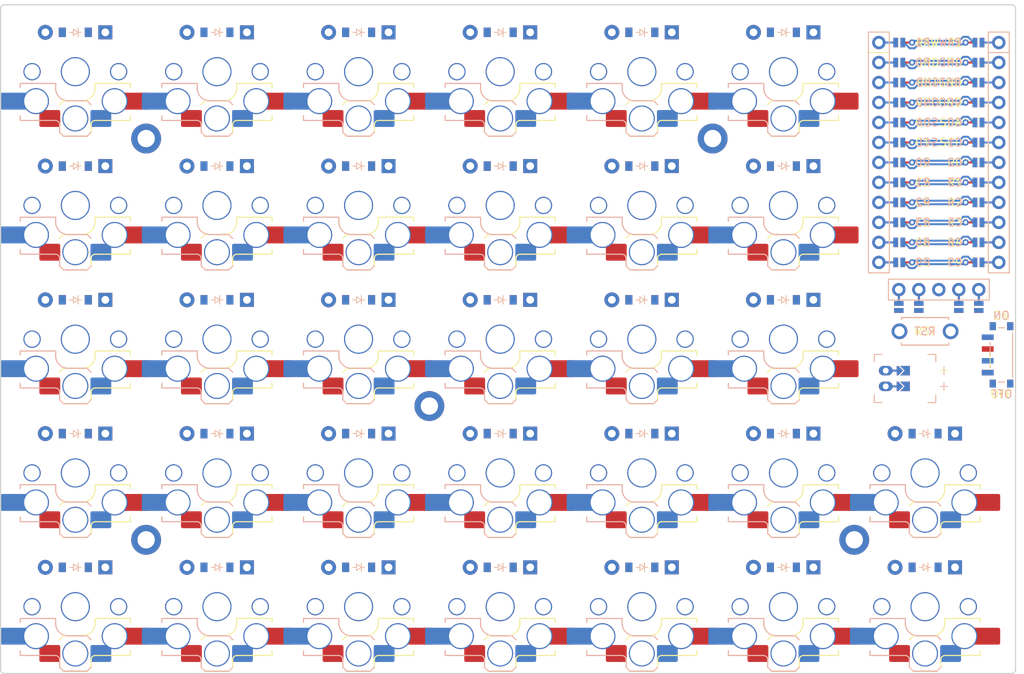
<source format=kicad_pcb>
(kicad_pcb (version 20240108) (generator "pcbnew") (generator_version "8.0")
  (title_block (title "helipad") (date "2024-10-28") (rev "0.1") (company "daniel-luan"))
  (layers (0 "F.Cu" signal) (31 "B.Cu" signal) (34 "B.Paste" user) (35 "F.Paste" user) (36 "B.SilkS" user "B.Silkscreen") (37 "F.SilkS" user "F.Silkscreen") (38 "B.Mask" user) (39 "F.Mask" user) (44 "Edge.Cuts" user))
  (net 0 "")
  (net 1 "C0")
  (net 2 "outer_mod")
  (net 3 "GND")
  (net 4 "outer_bottom")
  (net 5 "outer_home")
  (net 6 "outer_top")
  (net 7 "outer_num")
  (net 8 "C1")
  (net 9 "pinky_mod")
  (net 10 "pinky_bottom")
  (net 11 "pinky_home")
  (net 12 "pinky_top")
  (net 13 "pinky_num")
  (net 14 "C2")
  (net 15 "ring_mod")
  (net 16 "ring_bottom")
  (net 17 "ring_home")
  (net 18 "ring_top")
  (net 19 "ring_num")
  (net 20 "C3")
  (net 21 "middle_mod")
  (net 22 "middle_bottom")
  (net 23 "middle_home")
  (net 24 "middle_top")
  (net 25 "middle_num")
  (net 26 "C4")
  (net 27 "index_mod")
  (net 28 "index_bottom")
  (net 29 "index_home")
  (net 30 "index_top")
  (net 31 "index_num")
  (net 32 "C5")
  (net 33 "inner_mod")
  (net 34 "inner_bottom")
  (net 35 "inner_home")
  (net 36 "inner_top")
  (net 37 "inner_num")
  (net 38 "C6")
  (net 39 "extraInner_mod")
  (net 40 "extraInner_bottom")
  (net 41 "R4")
  (net 42 "R3")
  (net 43 "R2")
  (net 44 "R1")
  (net 45 "R0")
  (net 46 "RAW")
  (net 47 "RST")
  (net 48 "VCC")
  (net 49 "CS")
  (net 50 "P1")
  (net 51 "P0")
  (net 52 "SDA")
  (net 53 "SCL")
  (net 54 "P9")
  (net 55 "MCU1_24")
  (net 56 "MCU1_1")
  (net 57 "MCU1_23")
  (net 58 "MCU1_2")
  (net 59 "MCU1_22")
  (net 60 "MCU1_3")
  (net 61 "MCU1_21")
  (net 62 "MCU1_4")
  (net 63 "MCU1_20")
  (net 64 "MCU1_5")
  (net 65 "MCU1_19")
  (net 66 "MCU1_6")
  (net 67 "MCU1_18")
  (net 68 "MCU1_7")
  (net 69 "MCU1_17")
  (net 70 "MCU1_8")
  (net 71 "MCU1_16")
  (net 72 "MCU1_9")
  (net 73 "MCU1_15")
  (net 74 "MCU1_10")
  (net 75 "MCU1_14")
  (net 76 "MCU1_11")
  (net 77 "MCU1_13")
  (net 78 "MCU1_12")
  (net 79 "DISP1_1")
  (net 80 "DISP1_2")
  (net 81 "DISP1_4")
  (net 82 "DISP1_5")
  (net 83 "BAT_P")
  (net 84 "JST1_1")
  (net 85 "JST1_2")
  (footprint "ceoloide:mounting_hole_plated" (layer "F.Cu") (at 99 -8.5)
    (property "Reference" "H5" (hide yes))
    (property "Value" "")
  )
  (footprint "ceoloide:mounting_hole_plated" (layer "F.Cu") (at 9 -59.5)
    (property "Reference" "H2" (hide yes))
    (property "Value" "")
  )
  (footprint "ceoloide:reset_switch_tht_top" (layer "F.Cu") (at 108 -35)
    (property "Reference" "RST1" (hide yes))
    (property "Value" "")
  )
  (footprint "ceoloide:mounting_hole_plated" (layer "F.Cu") (at 81 -59.5)
    (property "Reference" "H4" (hide yes))
    (property "Value" "")
  )
  (footprint "ceoloide:power_switch_smd_side" (layer "F.Cu") (at 117.7 -32)
    (property "Reference" "PWR1" (hide yes))
    (property "Value" "")
  )
  (footprint "ceoloide:mounting_hole_plated" (layer "F.Cu") (at 45 -25.5)
    (property "Reference" "H3" (hide yes))
    (property "Value" "")
  )
  (footprint "ceoloide:battery_connector_jst_ph_2" (layer "F.Cu") (at 103 -29 90)
    (property "Reference" "JST1" (hide yes))
    (property "Value" "")
  )
  (footprint "ceoloide:display_nice_view" (layer "F.Cu") (at 109.75 -57)
    (property "Reference" "DISP1" (hide yes))
    (property "Value" "")
  )
  (footprint "ceoloide:mcu_nice_nano" (layer "F.Cu") (at 109.75 -59)
    (property "Reference" "MCU1" (hide yes))
    (property "Value" "")
  )
  (footprint "ceoloide:mounting_hole_plated" (layer "F.Cu") (at 9 -8.5)
    (property "Reference" "H1" (hide yes))
    (property "Value" "")
  )
  (footprint "ceoloide:switch_choc_v1_v2" (layer "B.Cu") (at 72 -68 180)
    (property "Reference" "S25" (hide yes))
    (property "Value" "")
  )
  (footprint "ceoloide:switch_choc_v1_v2" (layer "B.Cu") (at 72 -17 180)
    (property "Reference" "S22" (hide yes))
    (property "Value" "")
  )
  (footprint "ceoloide:diode_tht_sod123" (layer "B.Cu") (at 36 -73 180)
    (property "Reference" "D15" (hide yes))
    (property "Value" "")
  )
  (footprint "ceoloide:switch_choc_v1_v2" (layer "B.Cu") (at 36 -51 180)
    (property "Reference" "S14" (hide yes))
    (property "Value" "")
  )
  (footprint "ceoloide:switch_choc_v1_v2" (layer "B.Cu") (at 108 0 180)
    (property "Reference" "S31" (hide yes))
    (property "Value" "")
  )
  (footprint "ceoloide:diode_tht_sod123" (layer "B.Cu") (at 90 -5 180)
    (property "Reference" "D26" (hide yes))
    (property "Value" "")
  )
  (footprint "ceoloide:switch_choc_v1_v2" (layer "B.Cu") (at 72 0 180)
    (property "Reference" "S21" (hide yes))
    (property "Value" "")
  )
  (footprint "ceoloide:diode_tht_sod123" (layer "B.Cu") (at 0 -5 180)
    (property "Reference" "D1" (hide yes))
    (property "Value" "")
  )
  (footprint "ceoloide:switch_choc_v1_v2" (layer "B.Cu") (at 108 -17 180)
    (property "Reference" "S32" (hide yes))
    (property "Value" "")
  )
  (footprint "ceoloide:diode_tht_sod123" (layer "B.Cu") (at 72 -39 180)
    (property "Reference" "D23" (hide yes))
    (property "Value" "")
  )
  (footprint "ceoloide:switch_choc_v1_v2" (layer "B.Cu") (at 18 -17 180)
    (property "Reference" "S7" (hide yes))
    (property "Value" "")
  )
  (footprint "ceoloide:switch_choc_v1_v2" (layer "B.Cu") (at 18 0 180)
    (property "Reference" "S6" (hide yes))
    (property "Value" "")
  )
  (footprint "ceoloide:diode_tht_sod123" (layer "B.Cu") (at 90 -22 180)
    (property "Reference" "D27" (hide yes))
    (property "Value" "")
  )
  (footprint "ceoloide:diode_tht_sod123" (layer "B.Cu") (at 18 -39 180)
    (property "Reference" "D8" (hide yes))
    (property "Value" "")
  )
  (footprint "ceoloide:switch_choc_v1_v2" (layer "B.Cu") (at 90 -17 180)
    (property "Reference" "S27" (hide yes))
    (property "Value" "")
  )
  (footprint "ceoloide:diode_tht_sod123" (layer "B.Cu") (at 72 -73 180)
    (property "Reference" "D25" (hide yes))
    (property "Value" "")
  )
  (footprint "ceoloide:diode_tht_sod123" (layer "B.Cu") (at 72 -56 180)
    (property "Reference" "D24" (hide yes))
    (property "Value" "")
  )
  (footprint "ceoloide:diode_tht_sod123" (layer "B.Cu") (at 54 -73 180)
    (property "Reference" "D20" (hide yes))
    (property "Value" "")
  )
  (footprint "ceoloide:switch_choc_v1_v2" (layer "B.Cu") (at 0 -68 180)
    (property "Reference" "S5" (hide yes))
    (property "Value" "")
  )
  (footprint "ceoloide:switch_choc_v1_v2" (layer "B.Cu") (at 36 0 180)
    (property "Reference" "S11" (hide yes))
    (property "Value" "")
  )
  (footprint "ceoloide:diode_tht_sod123" (layer "B.Cu") (at 108 -22 180)
    (property "Reference" "D32" (hide yes))
    (property "Value" "")
  )
  (footprint "ceoloide:switch_choc_v1_v2" (layer "B.Cu") (at 0 0 180)
    (property "Reference" "S1" (hide yes))
    (property "Value" "")
  )
  (footprint "ceoloide:switch_choc_v1_v2" (layer "B.Cu") (at 54 0 180)
    (property "Reference" "S16" (hide yes))
    (property "Value" "")
  )
  (footprint "ceoloide:switch_choc_v1_v2" (layer "B.Cu") (at 90 -34 180)
    (property "Reference" "S28" (hide yes))
    (property "Value" "")
  )
  (footprint "ceoloide:switch_choc_v1_v2" (layer "B.Cu") (at 0 -34 180)
    (property "Reference" "S3" (hide yes))
    (property "Value" "")
  )
  (footprint "ceoloide:switch_choc_v1_v2" (layer "B.Cu") (at 0 -17 180)
    (property "Reference" "S2" (hide yes))
    (property "Value" "")
  )
  (footprint "ceoloide:diode_tht_sod123" (layer "B.Cu") (at 0 -56 180)
    (property "Reference" "D4" (hide yes))
    (property "Value" "")
  )
  (footprint "ceoloide:diode_tht_sod123" (layer "B.Cu") (at 54 -56 180)
    (property "Reference" "D19" (hide yes))
    (property "Value" "")
  )
  (footprint "ceoloide:diode_tht_sod123" (layer "B.Cu") (at 36 -5 180)
    (property "Reference" "D11" (hide yes))
    (property "Value" "")
  )
  (footprint "ceoloide:switch_choc_v1_v2" (layer "B.Cu") (at 36 -68 180)
    (property "Reference" "S15" (hide yes))
    (property "Value" "")
  )
  (footprint "ceoloide:diode_tht_sod123" (layer "B.Cu") (at 90 -73 180)
    (property "Reference" "D30" (hide yes))
    (property "Value" "")
  )
  (footprint "ceoloide:switch_choc_v1_v2" (layer "B.Cu") (at 72 -51 180)
    (property "Reference" "S24" (hide yes))
    (property "Value" "")
  )
  (footprint "ceoloide:diode_tht_sod123" (layer "B.Cu") (at 72 -22 180)
    (property "Reference" "D22" (hide yes))
    (property "Value" "")
  )
  (footprint "ceoloide:diode_tht_sod123" (layer "B.Cu") (at 54 -22 180)
    (property "Reference" "D17" (hide yes))
    (property "Value" "")
  )
  (footprint "ceoloide:switch_choc_v1_v2" (layer "B.Cu") (at 72 -34 180)
    (property "Reference" "S23" (hide yes))
    (property "Value" "")
  )
  (footprint "ceoloide:switch_choc_v1_v2" (layer "B.Cu") (at 90 -51 180)
    (property "Reference" "S29" (hide yes))
    (property "Value" "")
  )
  (footprint "ceoloide:diode_tht_sod123" (layer "B.Cu") (at 36 -22 180)
    (property "Reference" "D12" (hide yes))
    (property "Value" "")
  )
  (footprint "ceoloide:switch_choc_v1_v2" (layer "B.Cu") (at 54 -51 180)
    (property "Reference" "S19" (hide yes))
    (property "Value" "")
  )
  (footprint "ceoloide:diode_tht_sod123" (layer "B.Cu") (at 54 -5 180)
    (property "Reference" "D16" (hide yes))
    (property "Value" "")
  )
  (footprint "ceoloide:diode_tht_sod123" (layer "B.Cu") (at 72 -5 180)
    (property "Reference" "D21" (hide yes))
    (property "Value" "")
  )
  (footprint "ceoloide:diode_tht_sod123" (layer "B.Cu") (at 18 -5 180)
    (property "Reference" "D6" (hide yes))
    (property "Value" "")
  )
  (footprint "ceoloide:switch_choc_v1_v2" (layer "B.Cu") (at 54 -17 180)
    (property "Reference" "S17" (hide yes))
    (property "Value" "")
  )
  (footprint "ceoloide:switch_choc_v1_v2" (layer "B.Cu") (at 18 -51 180)
    (property "Reference" "S9" (hide yes))
    (property "Value" "")
  )
  (footprint "ceoloide:switch_choc_v1_v2" (layer "B.Cu") (at 54 -68 180)
    (property "Reference" "S20" (hide yes))
    (property "Value" "")
  )
  (footprint "ceoloide:diode_tht_sod123" (layer "B.Cu") (at 0 -73 180)
    (property "Reference" "D5" (hide yes))
    (property "Value" "")
  )
  (footprint "ceoloide:diode_tht_sod123" (layer "B.Cu") (at 0 -39 180)
    (property "Reference" "D3" (hide yes))
    (property "Value" "")
  )
  (footprint "ceoloide:switch_choc_v1_v2" (layer "B.Cu") (at 36 -17 180)
    (property "Reference" "S12" (hide yes))
    (property "Value" "")
  )
  (footprint "ceoloide:switch_choc_v1_v2" (layer "B.Cu") (at 36 -34 180)
    (property "Reference" "S13" (hide yes))
    (property "Value" "")
  )
  (footprint "ceoloide:switch_choc_v1_v2" (layer "B.Cu") (at 54 -34 180)
    (property "Reference" "S18" (hide yes))
    (property "Value" "")
  )
  (footprint "ceoloide:switch_choc_v1_v2" (layer "B.Cu") (at 18 -34 180)
    (property "Reference" "S8" (hide yes))
    (property "Value" "")
  )
  (footprint "ceoloide:switch_choc_v1_v2" (layer "B.Cu") (at 18 -68 180)
    (property "Reference" "S10" (hide yes))
    (property "Value" "")
  )
  (footprint "ceoloide:diode_tht_sod123" (layer "B.Cu") (at 108 -5 180)
    (property "Reference" "D31" (hide yes))
    (property "Value" "")
  )
  (footprint "ceoloide:diode_tht_sod123" (layer "B.Cu") (at 54 -39 180)
    (property "Reference" "D18" (hide yes))
    (property "Value" "")
  )
  (footprint "ceoloide:diode_tht_sod123" (layer "B.Cu") (at 18 -22 180)
    (property "Reference" "D7" (hide yes))
    (property "Value" "")
  )
  (footprint "ceoloide:diode_tht_sod123" (layer "B.Cu") (at 90 -39 180)
    (property "Reference" "D28" (hide yes))
    (property "Value" "")
  )
  (footprint "ceoloide:diode_tht_sod123" (layer "B.Cu") (at 18 -56 180)
    (property "Reference" "D9" (hide yes))
    (property "Value" "")
  )
  (footprint "ceoloide:diode_tht_sod123" (layer "B.Cu") (at 90 -56 180)
    (property "Reference" "D29" (hide yes))
    (property "Value" "")
  )
  (footprint "ceoloide:diode_tht_sod123" (layer "B.Cu") (at 0 -22 180)
    (property "Reference" "D2" (hide yes))
    (property "Value" "")
  )
  (footprint "ceoloide:diode_tht_sod123" (layer "B.Cu") (at 36 -39 180)
    (property "Reference" "D13" (hide yes))
    (property "Value" "")
  )
  (footprint "ceoloide:switch_choc_v1_v2" (layer "B.Cu") (at 90 0 180)
    (property "Reference" "S26" (hide yes))
    (property "Value" "")
  )
  (footprint "ceoloide:diode_tht_sod123" (layer "B.Cu") (at 36 -56 180)
    (property "Reference" "D14" (hide yes))
    (property "Value" "")
  )
  (footprint "ceoloide:switch_choc_v1_v2" (layer "B.Cu") (at 0 -51 180)
    (property "Reference" "S4" (hide yes))
    (property "Value" "")
  )
  (footprint "ceoloide:switch_choc_v1_v2" (layer "B.Cu") (at 90 -68 180)
    (property "Reference" "S30" (hide yes))
    (property "Value" "")
  )
  (footprint "ceoloide:diode_tht_sod123" (layer "B.Cu") (at 18 -73 180)
    (property "Reference" "D10" (hide yes))
    (property "Value" "")
  )
  (gr_arc (start -9.5 -76) (mid -9.353553 -76.353553) (end -9 -76.5) (stroke (width 0.15)) (layer "Edge.Cuts"))
  (gr_line (start 119.5 8) (end 119.5 -76) (stroke (width 0.15)) (layer "Edge.Cuts"))
  (gr_arc (start -9 8.5) (mid -9.353553 8.353553) (end -9.5 8) (stroke (width 0.15)) (layer "Edge.Cuts"))
  (gr_arc (start 119 -76.5) (mid 119.353553 -76.353553) (end 119.5 -76) (stroke (width 0.15)) (layer "Edge.Cuts"))
  (gr_arc (start 119.5 8) (mid 119.353553 8.353553) (end 119 8.5) (stroke (width 0.15)) (layer "Edge.Cuts"))
  (gr_line (start 119 -76.5) (end -9 -76.5) (stroke (width 0.15)) (layer "Edge.Cuts"))
  (gr_line (start -9 8.5) (end 119 8.5) (stroke (width 0.15)) (layer "Edge.Cuts"))
  (gr_line (start -9.5 -76) (end -9.5 8) (stroke (width 0.15)) (layer "Edge.Cuts"))
  (segment (start 105.17 -61.54) (end 106.35 -61.54) (width 0.25) (layer "F.Cu") (net 1))
  (segment (start 112.344695 -61.76) (end 106.57 -61.76) (width 0.25) (layer "B.Cu") (net 1))
  (segment (start 114.525 -61.54) (end 114.175305 -61.54) (width 0.25) (layer "B.Cu") (net 1))
  (segment (start 114.175305 -61.54) (end 113.450305 -62.265) (width 0.25) (layer "B.Cu") (net 1))
  (segment (start 113.450305 -62.265) (end 112.849695 -62.265) (width 0.25) (layer "B.Cu") (net 1))
  (segment (start 112.849695 -62.265) (end 112.344695 -61.76) (width 0.25) (layer "B.Cu") (net 1))
  (segment (start 105.17 -69.16) (end 106.35 -69.16) (width 0.25) (layer "F.Cu") (net 3))
  (segment (start 114.33 -64.08) (end 113.15 -64.08) (width 0.25) (layer "F.Cu") (net 3))
  (segment (start 114.33 -66.62) (end 113.15 -66.62) (width 0.25) (layer "F.Cu") (net 3))
  (segment (start 107.145305 -63.85) (end 112.92 -63.85) (width 0.25) (layer "B.Cu") (net 3))
  (segment (start 106.049695 -65.895) (end 106.650305 -65.895) (width 0.25) (layer "B.Cu") (net 3))
  (segment (start 105.324695 -66.62) (end 106.049695 -65.895) (width 0.25) (layer "B.Cu") (net 3))
  (segment (start 112.344695 -69.38) (end 106.57 -69.38) (width 0.25) (layer "B.Cu") (net 3))
  (segment (start 104.975 -64.08) (end 105.324695 -64.08) (width 0.25) (layer "B.Cu") (net 3))
  (segment (start 112.849695 -69.885) (end 112.344695 -69.38) (width 0.25) (layer "B.Cu") (net 3))
  (segment (start 104.975 -66.62) (end 105.324695 -66.62) (width 0.25) (layer "B.Cu") (net 3))
  (segment (start 106.650305 -65.895) (end 107.145305 -66.39) (width 0.25) (layer "B.Cu") (net 3))
  (segment (start 105.324695 -64.08) (end 106.049695 -63.355) (width 0.25) (layer "B.Cu") (net 3))
  (segment (start 107.145305 -66.39) (end 112.92 -66.39) (width 0.25) (layer "B.Cu") (net 3))
  (segment (start 106.650305 -63.355) (end 107.145305 -63.85) (width 0.25) (layer "B.Cu") (net 3))
  (segment (start 114.525 -69.16) (end 114.175305 -69.16) (width 0.25) (layer "B.Cu") (net 3))
  (segment (start 114.175305 -69.16) (end 113.450305 -69.885) (width 0.25) (layer "B.Cu") (net 3))
  (segment (start 113.450305 -69.885) (end 112.849695 -69.885) (width 0.25) (layer "B.Cu") (net 3))
  (segment (start 106.049695 -63.355) (end 106.650305 -63.355) (width 0.25) (layer "B.Cu") (net 3))
  (segment (start 105.17 -59) (end 106.35 -59) (width 0.25) (layer "F.Cu") (net 8))
  (segment (start 114.525 -59) (end 114.175305 -59) (width 0.25) (layer "B.Cu") (net 8))
  (segment (start 112.344695 -59.22) (end 106.57 -59.22) (width 0.25) (layer "B.Cu") (net 8))
  (segment (start 114.175305 -59) (end 113.450305 -59.725) (width 0.25) (layer "B.Cu") (net 8))
  (segment (start 112.849695 -59.725) (end 112.344695 -59.22) (width 0.25) (layer "B.Cu") (net 8))
  (segment (start 113.450305 -59.725) (end 112.849695 -59.725) (width 0.25) (layer "B.Cu") (net 8))
  (segment (start 105.17 -56.46) (end 106.35 -56.46) (width 0.25) (layer "F.Cu") (net 14))
  (segment (start 114.175305 -56.46) (end 113.450305 -57.185) (width 0.25) (layer "B.Cu") (net 14))
  (segment (start 114.525 -56.46) (end 114.175305 -56.46) (width 0.25) (layer "B.Cu") (net 14))
  (segment (start 112.344695 -56.68) (end 106.57 -56.68) (width 0.25) (layer "B.Cu") (net 14))
  (segment (start 112.849695 -57.185) (end 112.344695 -56.68) (width 0.25) (layer "B.Cu") (net 14))
  (segment (start 113.450305 -57.185) (end 112.849695 -57.185) (width 0.25) (layer "B.Cu") (net 14))
  (segment (start 105.17 -53.92) (end 106.35 -53.92) (width 0.25) (layer "F.Cu") (net 20))
  (segment (start 112.849695 -54.645) (end 112.344695 -54.14) (width 0.25) (layer "B.Cu") (net 20))
  (segment (start 112.344695 -54.14) (end 106.57 -54.14) (width 0.25) (layer "B.Cu") (net 20))
  (segment (start 114.175305 -53.92) (end 113.450305 -54.645) (width 0.25) (layer "B.Cu") (net 20))
  (segment (start 114.525 -53.92) (end 114.175305 -53.92) (width 0.25) (layer "B.Cu") (net 20))
  (segment (start 113.450305 -54.645) (end 112.849695 -54.645) (width 0.25) (layer "B.Cu") (net 20))
  (segment (start 105.17 -51.38) (end 106.35 -51.38) (width 0.25) (layer "F.Cu") (net 26))
  (segment (start 112.344695 -51.6) (end 106.57 -51.6) (width 0.25) (layer "B.Cu") (net 26))
  (segment (start 114.175305 -51.38) (end 113.450305 -52.105) (width 0.25) (layer "B.Cu") (net 26))
  (segment (start 113.450305 -52.105) (end 112.849695 -52.105) (width 0.25) (layer "B.Cu") (net 26))
  (segment (start 112.849695 -52.105) (end 112.344695 -51.6) (width 0.25) (layer "B.Cu") (net 26))
  (segment (start 114.525 -51.38) (end 114.175305 -51.38) (width 0.25) (layer "B.Cu") (net 26))
  (segment (start 105.17 -48.84) (end 106.35 -48.84) (width 0.25) (layer "F.Cu") (net 32))
  (segment (start 113.450305 -49.565) (end 112.849695 -49.565) (width 0.25) (layer "B.Cu") (net 32))
  (segment (start 112.344695 -49.06) (end 106.57 -49.06) (width 0.25) (layer "B.Cu") (net 32))
  (segment (start 114.175305 -48.84) (end 113.450305 -49.565) (width 0.25) (layer "B.Cu") (net 32))
  (segment (start 112.849695 -49.565) (end 112.344695 -49.06) (width 0.25) (layer "B.Cu") (net 32))
  (segment (start 114.525 -48.84) (end 114.175305 -48.84) (width 0.25) (layer "B.Cu") (net 32))
  (segment (start 105.17 -46.3) (end 106.35 -46.3) (width 0.25) (layer "F.Cu") (net 38))
  (segment (start 112.344695 -46.52) (end 106.57 -46.52) (width 0.25) (layer "B.Cu") (net 38))
  (segment (start 114.525 -46.3) (end 114.175305 -46.3) (width 0.25) (layer "B.Cu") (net 38))
  (segment (start 112.849695 -47.025) (end 112.344695 -46.52) (width 0.25) (layer "B.Cu") (net 38))
  (segment (start 113.450305 -47.025) (end 112.849695 -47.025) (width 0.25) (layer "B.Cu") (net 38))
  (segment (start 114.175305 -46.3) (end 113.450305 -47.025) (width 0.25) (layer "B.Cu") (net 38))
  (segment (start 114.33 -46.3) (end 113.15 -46.3) (width 0.25) (layer "F.Cu") (net 41))
  (segment (start 105.324695 -46.3) (end 106.049695 -45.575) (width 0.25) (layer "B.Cu") (net 41))
  (segment (start 104.975 -46.3) (end 105.324695 -46.3) (width 0.25) (layer "B.Cu") (net 41))
  (segment (start 107.145305 -46.07) (end 112.92 -46.07) (width 0.25) (layer "B.Cu") (net 41))
  (segment (start 106.049695 -45.575) (end 106.650305 -45.575) (width 0.25) (layer "B.Cu") (net 41))
  (segment (start 106.650305 -45.575) (end 107.145305 -46.07) (width 0.25) (layer "B.Cu") (net 41))
  (segment (start 114.33 -48.84) (end 113.15 -48.84) (width 0.25) (layer "F.Cu") (net 42))
  (segment (start 104.975 -48.84) (end 105.324695 -48.84) (width 0.25) (layer "B.Cu") (net 42))
  (segment (start 106.650305 -48.115) (end 107.145305 -48.61) (width 0.25) (layer "B.Cu") (net 42))
  (segment (start 105.324695 -48.84) (end 106.049695 -48.115) (width 0.25) (layer "B.Cu") (net 42))
  (segment (start 107.145305 -48.61) (end 112.92 -48.61) (width 0.25) (layer "B.Cu") (net 42))
  (segment (start 106.049695 -48.115) (end 106.650305 -48.115) (width 0.25) (layer "B.Cu") (net 42))
  (segment (start 114.33 -51.38) (end 113.15 -51.38) (width 0.25) (layer "F.Cu") (net 43))
  (segment (start 104.975 -51.38) (end 105.324695 -51.38) (width 0.25) (layer "B.Cu") (net 43))
  (segment (start 106.650305 -50.655) (end 107.145305 -51.15) (width 0.25) (layer "B.Cu") (net 43))
  (segment (start 105.324695 -51.38) (end 106.049695 -50.655) (width 0.25) (layer "B.Cu") (net 43))
  (segment (start 107.145305 -51.15) (end 112.92 -51.15) (width 0.25) (layer "B.Cu") (net 43))
  (segment (start 106.049695 -50.655) (end 106.650305 -50.655) (width 0.25) (layer "B.Cu") (net 43))
  (segment (start 114.33 -53.92) (end 113.15 -53.92) (width 0.25) (layer "F.Cu") (net 44))
  (segment (start 107.145305 -53.69) (end 112.92 -53.69) (width 0.25) (layer "B.Cu") (net 44))
  (segment (start 105.324695 -53.92) (end 106.049695 -53.195) (width 0.25) (layer "B.Cu") (net 44))
  (segment (start 106.650305 -53.195) (end 107.145305 -53.69) (width 0.25) (layer "B.Cu") (net 44))
  (segment (start 106.049695 -53.195) (end 106.650305 -53.195) (width 0.25) (layer "B.Cu") (net 44))
  (segment (start 104.975 -53.92) (end 105.324695 -53.92) (width 0.25) (layer "B.Cu") (net 44))
  (segment (start 114.33 -56.46) (end 113.15 -56.46) (width 0.25) (layer "F.Cu") (net 45))
  (segment (start 107.145305 -56.23) (end 112.92 -56.23) (width 0.25) (layer "B.Cu") (net 45))
  (segment (start 104.975 -56.46) (end 105.324695 -56.46) (width 0.25) (layer "B.Cu") (net 45))
  (segment (start 106.049695 -55.735) (end 106.650305 -55.735) (width 0.25) (layer "B.Cu") (net 45))
  (segment (start 105.324695 -56.46) (end 106.049695 -55.735) (width 0.25) (layer "B.Cu") (net 45))
  (segment (start 106.650305 -55.735) (end 107.145305 -56.23) (width 0.25) (layer "B.Cu") (net 45))
  (segment (start 105.17 -71.7) (end 106.35 -71.7) (width 0.25) (layer "F.Cu") (net 46))
  (segment (start 112.344695 -71.92) (end 106.57 -71.92) (width 0.25) (layer "B.Cu") (net 46))
  (segment (start 112.849695 -72.425) (end 112.344695 -71.92) (width 0.25) (layer "B.Cu") (net 46))
  (segment (start 113.450305 -72.425) (end 112.849695 -72.425) (width 0.25) (layer "B.Cu") (net 46))
  (segment (start 114.175305 -71.7) (end 113.450305 -72.425) (width 0.25) (layer "B.Cu") (net 46))
  (segment (start 114.525 -71.7) (end 114.175305 -71.7) (width 0.25) (layer "B.Cu") (net 46))
  (segment (start 105.17 -66.62) (end 106.35 -66.62) (width 0.25) (layer "F.Cu") (net 47))
  (segment (start 112.849695 -67.345) (end 112.344695 -66.84) (width 0.25) (layer "B.Cu") (net 47))
  (segment (start 113.450305 -67.345) (end 112.849695 -67.345) (width 0.25) (layer "B.Cu") (net 47))
  (segment (start 114.525 -66.62) (end 114.175305 -66.62) (width 0.25) (layer "B.Cu") (net 47))
  (segment (start 112.344695 -66.84) (end 106.57 -66.84) (width 0.25) (layer "B.Cu") (net 47))
  (segment (start 114.175305 -66.62) (end 113.450305 -67.345) (width 0.25) (layer "B.Cu") (net 47))
  (segment (start 105.17 -64.08) (end 106.35 -64.08) (width 0.25) (layer "F.Cu") (net 48))
  (segment (start 114.175305 -64.08) (end 113.450305 -64.805) (width 0.25) (layer "B.Cu") (net 48))
  (segment (start 113.450305 -64.805) (end 112.849695 -64.805) (width 0.25) (layer "B.Cu") (net 48))
  (segment (start 114.525 -64.08) (end 114.175305 -64.08) (width 0.25) (layer "B.Cu") (net 48))
  (segment (start 112.849695 -64.805) (end 112.344695 -64.3) (width 0.25) (layer "B.Cu") (net 48))
  (segment (start 112.344695 -64.3) (end 106.57 -64.3) (width 0.25) (layer "B.Cu") (net 48))
  (segment (start 105.17 -43.76) (end 106.35 -43.76) (width 0.25) (layer "F.Cu") (net 49))
  (segment (start 114.525 -43.76) (end 114.175305 -43.76) (width 0.25) (layer "B.Cu") (net 49))
  (segment (start 112.344695 -43.98) (end 106.57 -43.98) (width 0.25) (layer "B.Cu") (net 49))
  (segment (start 114.175305 -43.76) (end 113.450305 -44.485) (width 0.25) (layer "B.Cu") (net 49))
  (segment (start 113.450305 -44.485) (end 112.849695 -44.485) (width 0.25) (layer "B.Cu") (net 49))
  (segment (start 112.849695 -44.485) (end 112.344695 -43.98) (width 0.25) (layer "B.Cu") (net 49))
  (segment (start 114.33 -71.7) (end 113.15 -71.7) (width 0.25) (layer "F.Cu") (net 50))
  (segment (start 104.975 -71.7) (end 105.324695 -71.7) (width 0.25) (layer "B.Cu") (net 50))
  (segment (start 107.145305 -71.47) (end 112.92 -71.47) (width 0.25) (layer "B.Cu") (net 50))
  (segment (start 105.324695 -71.7) (end 106.049695 -70.975) (width 0.25) (layer "B.Cu") (net 50))
  (segment (start 106.650305 -70.975) (end 107.145305 -71.47) (width 0.25) (layer "B.Cu") (net 50))
  (segment (start 106.049695 -70.975) (end 106.650305 -70.975) (width 0.25) (layer "B.Cu") (net 50))
  (segment (start 114.33 -69.16) (end 113.15 -69.16) (width 0.25) (layer "F.Cu") (net 51))
  (segment (start 105.324695 -69.16) (end 106.049695 -68.435) (width 0.25) (layer "B.Cu") (net 51))
  (segment (start 106.650305 -68.435) (end 107.145305 -68.93) (width 0.25) (layer "B.Cu") (net 51))
  (segment (start 107.145305 -68.93) (end 112.92 -68.93) (width 0.25) (layer "B.Cu") (net 51))
  (segment (start 104.975 -69.16) (end 105.324695 -69.16) (width 0.25) (layer "B.Cu") (net 51))
  (segment (start 106.049695 -68.435) (end 106.650305 -68.435) (width 0.25) (layer "B.Cu") (net 51))
  (segment (start 114.33 -61.54) (end 113.15 -61.54) (width 0.25) (layer "F.Cu") (net 52))
  (segment (start 106.049695 -60.815) (end 106.650305 -60.815) (width 0.25) (layer "B.Cu") (net 52))
  (segment (start 105.324695 -61.54) (end 106.049695 -60.815) (width 0.25) (layer "B.Cu") (net 52))
  (segment (start 107.145305 -61.31) (end 112.92 -61.31) (width 0.25) (layer "B.Cu") (net 52))
  (segment (start 104.975 -61.54) (end 105.324695 -61.54) (width 0.25) (layer "B.Cu") (net 52))
  (segment (start 106.650305 -60.815) (end 107.145305 -61.31) (width 0.25) (layer "B.Cu") (net 52))
  (segment (start 114.33 -59) (end 113.15 -59) (width 0.25) (layer "F.Cu") (net 53))
  (segment (start 106.650305 -58.275) (end 107.145305 -58.77) (width 0.25) (layer "B.Cu") (net 53))
  (segment (start 104.975 -59) (end 105.324695 -59) (width 0.25) (layer "B.Cu") (net 53))
  (segment (start 105.324695 -59) (end 106.049695 -58.275) (width 0.25) (layer "B.Cu") (net 53))
  (segment (start 107.145305 -58.77) (end 112.92 -58.77) (width 0.25) (layer "B.Cu") (net 53))
  (segment (start 106.049695 -58.275) (end 106.650305 -58.275) (width 0.25) (layer "B.Cu") (net 53))
  (segment (start 114.33 -43.76) (end 113.15 -43.76) (width 0.25) (layer "F.Cu") (net 54))
  (segment (start 106.049695 -43.035) (end 106.650305 -43.035) (width 0.25) (layer "B.Cu") (net 54))
  (segment (start 105.324695 -43.76) (end 106.049695 -43.035) (width 0.25) (layer "B.Cu") (net 54))
  (segment (start 106.650305 -43.035) (end 107.145305 -43.53) (width 0.25) (layer "B.Cu") (net 54))
  (segment (start 104.975 -43.76) (end 105.324695 -43.76) (width 0.25) (layer "B.Cu") (net 54))
  (segment (start 107.145305 -43.53) (end 112.92 -43.53) (width 0.25) (layer "B.Cu") (net 54))
  (segment (start 102.13 -71.7) (end 104.25 -71.7) (width 0.25) (layer "F.Cu") (net 55))
  (segment (start 102.13 -71.7) (end 104.25 -71.7) (width 0.25) (layer "B.Cu") (net 55))
  (segment (start 115.25 -71.7) (end 117.37 -71.7) (width 0.25) (layer "F.Cu") (net 56))
  (segment (start 117.37 -71.7) (end 115.25 -71.7) (width 0.25) (layer "B.Cu") (net 56))
  (segment (start 102.13 -69.16) (end 104.25 -69.16) (width 0.25) (layer "F.Cu") (net 57))
  (segment (start 102.13 -69.16) (end 104.25 -69.16) (width 0.25) (layer "B.Cu") (net 57))
  (segment (start 115.25 -69.16) (end 117.37 -69.16) (width 0.25) (layer "F.Cu") (net 58))
  (segment (start 117.37 -69.16) (end 115.25 -69.16) (width 0.25) (layer "B.Cu") (net 58))
  (segment (start 102.13 -66.62) (end 104.25 -66.62) (width 0.25) (layer "F.Cu") (net 59))
  (segment (start 102.13 -66.62) (end 104.25 -66.62) (width 0.25) (layer "B.Cu") (net 59))
  (segment (start 115.25 -66.62) (end 117.37 -66.62) (width 0.25) (layer "F.Cu") (net 60))
  (segment (start 117.37 -66.62) (end 115.25 -66.62) (width 0.25) (layer "B.Cu") (net 60))
  (segment (start 102.13 -64.08) (end 104.25 -64.08) (width 0.25) (layer "F.Cu") (net 61))
  (segment (start 102.13 -64.08) (end 104.25 -64.08) (width 0.25) (layer "B.Cu") (net 61))
  (segment (start 115.25 -64.08) (end 117.37 -64.08) (width 0.25) (layer "F.Cu") (net 62))
  (segment (start 117.37 -64.08) (end 115.25 -64.08) (width 0.25) (layer "B.Cu") (net 62))
  (segment (start 102.13 -61.54) (end 104.25 -61.54) (width 0.25) (layer "F.Cu") (net 63))
  (segment (start 102.13 -61.54) (end 104.25 -61.54) (width 0.25) (layer "B.Cu") (net 63))
  (segment (start 115.25 -61.54) (end 117.37 -61.54) (width 0.25) (layer "F.Cu") (net 64))
  (segment (start 117.37 -61.54) (end 115.25 -61.54) (width 0.25) (layer "B.Cu") (net 64))
  (segment (start 102.13 -59) (end 104.25 -59) (width 0.25) (layer "F.Cu") (net 65))
  (segment (start 102.13 -59) (end 104.25 -59) (width 0.25) (layer "B.Cu") (net 65))
  (segment (start 115.25 -59) (end 117.37 -59) (width 0.25) (layer "F.Cu") (net 66))
  (segment (start 117.37 -59) (end 115.25 -59) (width 0.25) (layer "B.Cu") (net 66))
  (segment (start 102.13 -56.46) (end 104.25 -56.46) (width 0.25) (layer "F.Cu") (net 67))
  (segment (start 102.13 -56.46) (end 104.25 -56.46) (width 0.25) (layer "B.Cu") (net 67))
  (segment (start 115.25 -56.46) (end 117.37 -56.46) (width 0.25) (layer "F.Cu") (net 68))
  (segment (start 117.37 -56.46) (end 115.25 -56.46) (width 0.25) (layer "B.Cu") (net 68))
  (segment (start 102.13 -53.92) (end 104.25 -53.92) (width 0.25) (layer "F.Cu") (net 69))
  (segment (start 102.13 -53.92) (end 104.25 -53.92) (width 0.25) (layer "B.Cu") (net 69))
  (segment (start 115.25 -53.92) (end 117.37 -53.92) (width 0.25) (layer "F.Cu") (net 70))
  (segment (start 117.37 -53.92) (end 115.25 -53.92) (width 0.25) (layer "B.Cu") (net 70))
  (segment (start 102.13 -51.38) (end 104.25 -51.38) (width 0.25) (layer "F.Cu") (net 71))
  (segment (start 102.13 -51.38) (end 104.25 -51.38) (width 0.25) (layer "B.Cu") (net 71))
  (segment (start 115.25 -51.38) (end 117.37 -51.38) (width 0.25) (layer "F.Cu") (net 72))
  (segment (start 117.37 -51.38) (end 115.25 -51.38) (width 0.25) (layer "B.Cu") (net 72))
  (segment (start 102.13 -48.84) (end 104.25 -48.84) (width 0.25) (layer "F.Cu") (net 73))
  (segment (start 102.13 -48.84) (end 104.25 -48.84) (width 0.25) (layer "B.Cu") (net 73))
  (segment (start 115.25 -48.84) (end 117.37 -48.84) (width 0.25) (layer "F.Cu") (net 74))
  (segment (start 117.37 -48.84) (end 115.25 -48.84) (width 0.25) (layer "B.Cu") (net 74))
  (segment (start 102.13 -46.3) (end 104.25 -46.3) (width 0.25) (layer "F.Cu") (net 75))
  (segment (start 102.13 -46.3) (end 104.25 -46.3) (width 0.25) (layer "B.Cu") (net 75))
  (segment (start 115.25 -46.3) (end 117.37 -46.3) (width 0.25) (layer "F.Cu") (net 76))
  (segment (start 117.37 -46.3) (end 115.25 -46.3) (width 0.25) (layer "B.Cu") (net 76))
  (segment (start 102.13 -43.76) (end 104.25 -43.76) (width 0.25) (layer "F.Cu") (net 77))
  (segment (start 102.13 -43.76) (end 104.25 -43.76) (width 0.25) (layer "B.Cu") (net 77))
  (segment (start 115.25 -43.76) (end 117.37 -43.76) (width 0.25) (layer "F.Cu") (net 78))
  (segment (start 117.37 -43.76) (end 115.25 -43.76) (width 0.25) (layer "B.Cu") (net 78))
  (segment (start 104.67 -40.3) (end 104.67 -38.55) (width 0.25) (layer "F.Cu") (net 79))
  (segment (start 104.67 -40.3) (end 104.67 -38.55) (width 0.25) (layer "B.Cu") (net 79))
  (segment (start 107.21 -40.3) (end 107.21 -38.55) (width 0.25) (layer "F.Cu") (net 80))
  (segment (start 107.21 -40.3) (end 107.21 -38.55) (width 0.25) (layer "B.Cu") (net 80))
  (segment (start 112.29 -40.3) (end 112.29 -38.55) (width 0.25) (layer "F.Cu") (net 81))
  (segment (start 112.29 -40.3) (end 112.29 -38.55) (width 0.25) (layer "B.Cu") (net 81))
  (segment (start 114.83 -40.3) (end 114.83 -38.55) (width 0.25) (layer "F.Cu") (net 82))
  (segment (start 114.83 -40.3) (end 114.83 -38.55) (width 0.25) (layer "B.Cu") (net 82))
  (segment (start 104.8 -28) (end 103 -28) (width 0.25) (layer "F.Cu") (net 84))
  (segment (start 104.8 -28) (end 103 -28) (width 0.25) (layer "B.Cu") (net 84))
  (segment (start 104.8 -30) (end 103 -30) (width 0.25) (layer "F.Cu") (net 85))
  (segment (start 104.8 -30) (end 103 -30) (width 0.25) (layer "B.Cu") (net 85))
)
</source>
